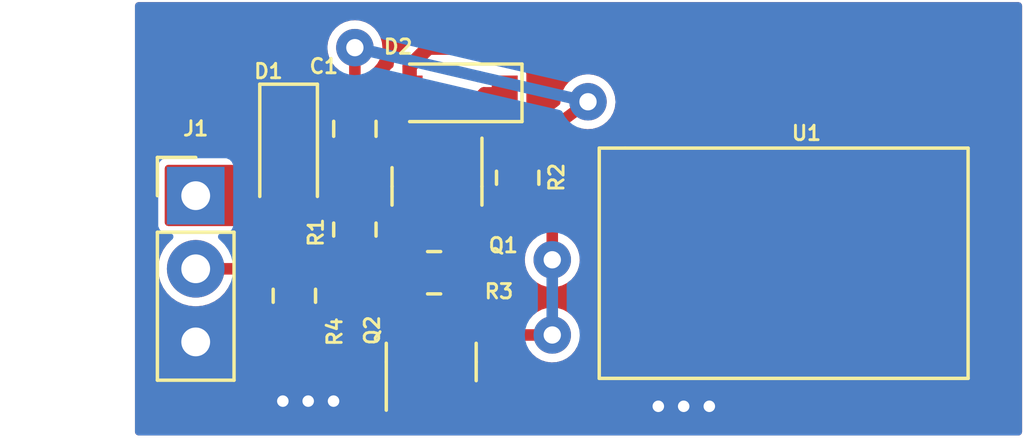
<source format=kicad_pcb>
(kicad_pcb (version 20211014) (generator pcbnew)
  (layers (0 "F.Cu" signal) (31 "B.Cu" signal) (34 "B.Paste" user) (35 "F.Paste" user) (36 "B.SilkS" user "B.Silkscreen") (37 "F.SilkS" user "F.Silkscreen") (38 "B.Mask" user) (39 "F.Mask" user) (44 "Edge.Cuts" user))
  (net 0 "")
  (net 1 "Net-(C1-Pad1)")
  (net 2 "Net-(C1-Pad2)")
  (net 3 "/10V_INPUT")
  (net 4 "Net-(D2-Pad1)")
  (net 5 "/PWM_OUT")
  (net 6 "GND")
  (net 7 "Net-(Q1-Pad3)")
  (footprint "Resistor_SMD:R_0805_2012Metric" (layer "F.Cu") (at 138.3 69.1 -90)
    (fp_text reference "R2" (at -0.012 -1.3492 90) (layer "F.SilkS") (effects (font (size 0.5 0.5) (thickness 0.1))))
    (fp_text value "2k")
    (fp_line (start -0.227064 0.735) (end 0.227064 0.735) (layer "F.SilkS") (width 0.12))
    (fp_line (start -0.227064 -0.735) (end 0.227064 -0.735) (layer "F.SilkS") (width 0.12))
    (pad "1" smd roundrect (at -0.9125 0 270) (size 1.025 1.4) (layers "F.Cu" "F.Paste" "F.Mask") (roundrect_rratio 0.243902) (net 1 "Net-(C1-Pad1)"))
    (pad "2" smd roundrect (at 0.9125 0 270) (size 1.025 1.4) (layers "F.Cu" "F.Paste" "F.Mask") (roundrect_rratio 0.243902) (net 4 "Net-(D2-Pad1)"))
  )
  (footprint "Resistor_SMD:R_0805_2012Metric" (layer "F.Cu") (at 130.55 73.2 90)
    (fp_text reference "R4" (at -1.25 1.4 90) (layer "F.SilkS") (effects (font (size 0.5 0.5) (thickness 0.1))))
    (fp_text value "1M")
    (fp_line (start -0.227064 0.735) (end 0.227064 0.735) (layer "F.SilkS") (width 0.12))
    (fp_line (start -0.227064 -0.735) (end 0.227064 -0.735) (layer "F.SilkS") (width 0.12))
    (pad "1" smd roundrect (at -0.9125 0 90) (size 1.025 1.4) (layers "F.Cu" "F.Paste" "F.Mask") (roundrect_rratio 0.243902) (net 6 "GND"))
    (pad "2" smd roundrect (at 0.9125 0 90) (size 1.025 1.4) (layers "F.Cu" "F.Paste" "F.Mask") (roundrect_rratio 0.243902) (net 5 "/PWM_OUT"))
  )
  (footprint "Custom_footprint_lib:LEDSMD2062" (layer "F.Cu") (at 148.3 72.5)
    (fp_text reference "U1" (at 0.02 -4.95) (layer "F.SilkS") (effects (font (size 0.5 0.5) (thickness 0.1))))
    (fp_text value "SMD_2062")
    (fp_line (start 5.63 -4.43) (end -6.27 -4.43) (layer "F.SilkS") (width 0.12))
    (fp_line (start -7.17 3.57) (end 5.63 3.57) (layer "F.SilkS") (width 0.12))
    (fp_line (start 5.63 3.57) (end 5.63 -4.43) (layer "F.SilkS") (width 0.12))
    (fp_line (start -7.17 -4.43) (end -7.17 3.57) (layer "F.SilkS") (width 0.12))
    (fp_line (start -6.27 -4.43) (end -7.17 -4.43) (layer "F.SilkS") (width 0.12))
    (pad "" smd rect (at -4.42 1.52) (size 6 2) (layers "F.Cu" "F.Paste" "F.Mask"))
    (pad "" smd rect (at -4.42 -2.48) (size 6 2) (layers "F.Cu" "F.Paste" "F.Mask"))
    (pad "1" smd rect (at 4.83 -2.48) (size 3.5 2) (layers "F.Cu" "F.Paste" "F.Mask") (net 2 "Net-(C1-Pad2)"))
    (pad "2" smd rect (at 4.83 1.52) (size 3.5 2) (layers "F.Cu" "F.Paste" "F.Mask") (net 6 "GND"))
  )
  (footprint "Package_TO_SOT_SMD:SOT-23" (layer "F.Cu") (at 135.3 75.5 90)
    (fp_text reference "Q2" (at 1.1 -2.05 90) (layer "F.SilkS") (effects (font (size 0.5 0.5) (thickness 0.1))))
    (fp_text value "BSS138")
    (fp_line (start 0 1.56) (end 0.65 1.56) (layer "F.SilkS") (width 0.12))
    (fp_line (start 0 1.56) (end -0.65 1.56) (layer "F.SilkS") (width 0.12))
    (fp_line (start 0 -1.56) (end 0.65 -1.56) (layer "F.SilkS") (width 0.12))
    (fp_line (start 0 -1.56) (end -1.675 -1.56) (layer "F.SilkS") (width 0.12))
    (pad "1" smd roundrect (at -0.9375 -0.95 90) (size 1.475 0.6) (layers "F.Cu" "F.Paste" "F.Mask") (net 5 "/PWM_OUT"))
    (pad "2" smd roundrect (at -0.9375 0.95 90) (size 1.475 0.6) (layers "F.Cu" "F.Paste" "F.Mask") (net 6 "GND"))
    (pad "3" smd roundrect (at 0.9375 0 90) (size 1.475 0.6) (layers "F.Cu" "F.Paste" "F.Mask") (net 4 "Net-(D2-Pad1)"))
  )
  (footprint "Connector_PinHeader_2.54mm:PinHeader_1x03_P2.54mm_Vertical" (layer "F.Cu") (at 127.127 69.723)
    (fp_text reference "J1" (at 0 -2.33) (layer "F.SilkS") (effects (font (size 0.5 0.5) (thickness 0.1))))
    (fp_text value "conn_pwr_pwmout")
    (fp_line (start -1.33 -1.33) (end 0 -1.33) (layer "F.SilkS") (width 0.12))
    (fp_line (start 1.33 1.27) (end 1.33 6.41) (layer "F.SilkS") (width 0.12))
    (fp_line (start -1.33 1.27) (end -1.33 6.41) (layer "F.SilkS") (width 0.12))
    (fp_line (start -1.33 6.41) (end 1.33 6.41) (layer "F.SilkS") (width 0.12))
    (fp_line (start -1.33 1.27) (end 1.33 1.27) (layer "F.SilkS") (width 0.12))
    (fp_line (start -1.33 0) (end -1.33 -1.33) (layer "F.SilkS") (width 0.12))
    (pad "1" thru_hole rect (at 0 0) (size 2 2) (drill 1) (layers *.Cu *.Mask) (net 3 "/10V_INPUT"))
    (pad "2" thru_hole oval (at 0 2.54) (size 2 2) (drill 1) (layers *.Cu *.Mask) (net 5 "/PWM_OUT"))
    (pad "3" thru_hole oval (at 0 5.08) (size 2 2) (drill 1) (layers *.Cu *.Mask) (net 6 "GND"))
  )
  (footprint "Resistor_SMD:R_0805_2012Metric" (layer "F.Cu") (at 135.4 72.4)
    (fp_text reference "R3" (at 2.25 0.65) (layer "F.SilkS") (effects (font (size 0.5 0.5) (thickness 0.1))))
    (fp_text value "1M")
    (fp_line (start -0.227064 0.735) (end 0.227064 0.735) (layer "F.SilkS") (width 0.12))
    (fp_line (start -0.227064 -0.735) (end 0.227064 -0.735) (layer "F.SilkS") (width 0.12))
    (pad "1" smd roundrect (at -0.9125 0) (size 1.025 1.4) (layers "F.Cu" "F.Paste" "F.Mask") (roundrect_rratio 0.243902) (net 2 "Net-(C1-Pad2)"))
    (pad "2" smd roundrect (at 0.9125 0) (size 1.025 1.4) (layers "F.Cu" "F.Paste" "F.Mask") (roundrect_rratio 0.243902) (net 6 "GND"))
  )
  (footprint "Package_TO_SOT_SMD:SOT-23" (layer "F.Cu") (at 135.5 69.4 -90)
    (fp_text reference "Q1" (at 2.05 -2.3) (layer "F.SilkS") (effects (font (size 0.5 0.5) (thickness 0.1))))
    (fp_text value "BSS138")
    (fp_line (start 0 1.56) (end 0.65 1.56) (layer "F.SilkS") (width 0.12))
    (fp_line (start 0 -1.56) (end -1.675 -1.56) (layer "F.SilkS") (width 0.12))
    (fp_line (start 0 -1.56) (end 0.65 -1.56) (layer "F.SilkS") (width 0.12))
    (fp_line (start 0 1.56) (end -0.65 1.56) (layer "F.SilkS") (width 0.12))
    (pad "1" smd roundrect (at -0.9375 -0.95 270) (size 1.475 0.6) (layers "F.Cu" "F.Paste" "F.Mask") (net 4 "Net-(D2-Pad1)"))
    (pad "2" smd roundrect (at -0.9375 0.95 270) (size 1.475 0.6) (layers "F.Cu" "F.Paste" "F.Mask") (net 2 "Net-(C1-Pad2)"))
    (pad "3" smd roundrect (at 0.9375 0 270) (size 1.475 0.6) (layers "F.Cu" "F.Paste" "F.Mask") (net 7 "Net-(Q1-Pad3)"))
  )
  (footprint "Diode_SMD:D_SOD-123" (layer "F.Cu") (at 130.35 68.1 -90)
    (fp_text reference "D1" (at -2.7 0.7 180) (layer "F.SilkS") (effects (font (size 0.5 0.5) (thickness 0.1))))
    (fp_text value "1N4148W")
    (fp_line (start -2.25 -1) (end 1.65 -1) (layer "F.SilkS") (width 0.12))
    (fp_line (start -2.25 -1) (end -2.25 1) (layer "F.SilkS") (width 0.12))
    (fp_line (start -2.25 1) (end 1.65 1) (layer "F.SilkS") (width 0.12))
    (pad "1" smd rect (at -1.65 0 270) (size 0.9 1.2) (layers "F.Cu" "F.Paste" "F.Mask") (net 1 "Net-(C1-Pad1)"))
    (pad "2" smd rect (at 1.65 0 270) (size 0.9 1.2) (layers "F.Cu" "F.Paste" "F.Mask") (net 3 "/10V_INPUT"))
  )
  (footprint "Diode_SMD:D_SOD-123" (layer "F.Cu") (at 136.2 66.15 180)
    (fp_text reference "D2" (at 2.05 1.6) (layer "F.SilkS") (effects (font (size 0.5 0.5) (thickness 0.1))))
    (fp_text value "1N4148W")
    (fp_line (start -2.25 -1) (end -2.25 1) (layer "F.SilkS") (width 0.12))
    (fp_line (start -2.25 1) (end 1.65 1) (layer "F.SilkS") (width 0.12))
    (fp_line (start -2.25 -1) (end 1.65 -1) (layer "F.SilkS") (width 0.12))
    (pad "1" smd rect (at -1.65 0 180) (size 0.9 1.2) (layers "F.Cu" "F.Paste" "F.Mask") (net 4 "Net-(D2-Pad1)"))
    (pad "2" smd rect (at 1.65 0 180) (size 0.9 1.2) (layers "F.Cu" "F.Paste" "F.Mask") (net 2 "Net-(C1-Pad2)"))
  )
  (footprint "Resistor_SMD:R_0805_2012Metric" (layer "F.Cu") (at 132.65 70.9 -90)
    (fp_text reference "R1" (at 0.1 1.35 90) (layer "F.SilkS") (effects (font (size 0.5 0.5) (thickness 0.1))))
    (fp_text value "470")
    (fp_line (start -0.227064 -0.735) (end 0.227064 -0.735) (layer "F.SilkS") (width 0.12))
    (fp_line (start -0.227064 0.735) (end 0.227064 0.735) (layer "F.SilkS") (width 0.12))
    (pad "1" smd roundrect (at -0.9125 0 270) (size 1.025 1.4) (layers "F.Cu" "F.Paste" "F.Mask") (roundrect_rratio 0.243902) (net 3 "/10V_INPUT"))
    (pad "2" smd roundrect (at 0.9125 0 270) (size 1.025 1.4) (layers "F.Cu" "F.Paste" "F.Mask") (roundrect_rratio 0.243902) (net 7 "Net-(Q1-Pad3)"))
  )
  (footprint "Capacitor_SMD:C_0805_2012Metric" (layer "F.Cu") (at 132.65 67.4 -90)
    (fp_text reference "C1" (at -2.1728 1.078) (layer "F.SilkS") (effects (font (size 0.5 0.5) (thickness 0.1))))
    (fp_text value "10uF")
    (fp_line (start -0.261252 0.735) (end 0.261252 0.735) (layer "F.SilkS") (width 0.12))
    (fp_line (start -0.261252 -0.735) (end 0.261252 -0.735) (layer "F.SilkS") (width 0.12))
    (pad "1" smd roundrect (at -0.95 0 270) (size 1 1.45) (layers "F.Cu" "F.Paste" "F.Mask") (net 1 "Net-(C1-Pad1)"))
    (pad "2" smd roundrect (at 0.95 0 270) (size 1 1.45) (layers "F.Cu" "F.Paste" "F.Mask") (net 2 "Net-(C1-Pad2)"))
  )
  (segment (start 138.3 68.1875) (end 139.5 67.38) (width 0.4) (layer "F.Cu") (net 1))
  (segment (start 130.35 66.45) (end 132.65 66.45) (width 0.4) (layer "F.Cu") (net 1))
  (segment (start 132.65 66.45) (end 132.65 64.58) (width 0.4) (layer "F.Cu") (net 1))
  (segment (start 139.5 67.38) (end 140.74 66.46) (width 0.4) (layer "F.Cu") (net 1))
  (via (at 132.65 64.58) (size 1.3) (drill 0.6) (layers "F.Cu" "B.Cu") (net 1))
  (via (at 140.74 66.46) (size 1.3) (drill 0.6) (layers "F.Cu" "B.Cu") (net 1))
  (segment (start 132.65 64.58) (end 136.97 65.59) (width 0.4) (layer "B.Cu") (net 1))
  (segment (start 136.97 65.59) (end 140.74 66.46) (width 0.4) (layer "B.Cu") (net 1))
  (segment (start 149.06 64.58) (end 153.13 68.65) (width 0.5) (layer "F.Cu") (net 2))
  (segment (start 134.55 66.15) (end 134.55 65.23) (width 0.5) (layer "F.Cu") (net 2))
  (segment (start 132.65 68.35) (end 134.4375 68.35) (width 0.4) (layer "F.Cu") (net 2))
  (segment (start 134.4375 68.35) (end 134.55 68.4625) (width 0.4) (layer "F.Cu") (net 2))
  (segment (start 135.2 64.58) (end 149.06 64.58) (width 0.5) (layer "F.Cu") (net 2))
  (segment (start 134.55 65.23) (end 135.2 64.58) (width 0.5) (layer "F.Cu") (net 2))
  (segment (start 134.55 72.3375) (end 134.4875 72.4) (width 0.4) (layer "F.Cu") (net 2))
  (segment (start 134.55 66.15) (end 134.55 68.4625) (width 0.25) (layer "F.Cu") (net 2))
  (segment (start 153.13 68.65) (end 153.13 70.02) (width 0.5) (layer "F.Cu") (net 2))
  (segment (start 134.55 68.4625) (end 134.55 72.3375) (width 0.4) (layer "F.Cu") (net 2))
  (segment (start 127.127 69.723) (end 130.323 69.723) (width 0.25) (layer "F.Cu") (net 3))
  (segment (start 132.4125 69.75) (end 132.65 69.9875) (width 0.25) (layer "F.Cu") (net 3))
  (segment (start 130.323 69.723) (end 130.35 69.75) (width 0.25) (layer "F.Cu") (net 3))
  (segment (start 130.35 69.75) (end 132.4125 69.75) (width 0.25) (layer "F.Cu") (net 3))
  (segment (start 137.13 66.15) (end 137.85 66.15) (width 0.4) (layer "F.Cu") (net 4))
  (segment (start 139.5 70.51) (end 139.5 71.95) (width 0.4) (layer "F.Cu") (net 4))
  (segment (start 136.45 68.95) (end 137.5125 70.0125) (width 0.4) (layer "F.Cu") (net 4))
  (segment (start 136.45 68.4625) (end 136.45 66.83) (width 0.4) (layer "F.Cu") (net 4))
  (segment (start 139.0025 70.0125) (end 139.5 70.51) (width 0.4) (layer "F.Cu") (net 4))
  (segment (start 136.45 68.4625) (end 136.45 68.95) (width 0.4) (layer "F.Cu") (net 4))
  (segment (start 138.3 70.0125) (end 139.0025 70.0125) (width 0.4) (layer "F.Cu") (net 4))
  (segment (start 135.3 74.5625) (end 139.5 74.5625) (width 0.4) (layer "F.Cu") (net 4))
  (segment (start 136.45 66.83) (end 137.13 66.15) (width 0.4) (layer "F.Cu") (net 4))
  (segment (start 137.5125 70.0125) (end 138.3 70.0125) (width 0.4) (layer "F.Cu") (net 4))
  (via (at 139.5 74.5625) (size 1.3) (drill 0.6) (layers "F.Cu" "B.Cu") (net 4))
  (via (at 139.5 71.95) (size 1.3) (drill 0.6) (layers "F.Cu" "B.Cu") (net 4))
  (segment (start 139.5 71.95) (end 139.5 74.5625) (width 0.4) (layer "B.Cu") (net 4))
  (segment (start 130.5255 72.263) (end 130.55 72.2875) (width 0.4) (layer "F.Cu") (net 5))
  (segment (start 134.15 74.35) (end 132.6125 74.35) (width 0.4) (layer "F.Cu") (net 5))
  (segment (start 134.35 76.4375) (end 134.35 74.55) (width 0.4) (layer "F.Cu") (net 5))
  (segment (start 127.127 72.263) (end 130.5255 72.263) (width 0.4) (layer "F.Cu") (net 5))
  (segment (start 132.6125 74.35) (end 130.55 72.2875) (width 0.4) (layer "F.Cu") (net 5))
  (segment (start 134.35 74.55) (end 134.15 74.35) (width 0.4) (layer "F.Cu") (net 5))
  (via (at 131.91 76.86) (size 0.8) (drill 0.4) (layers "F.Cu" "B.Cu") (net 6))
  (via (at 144.95 77.04) (size 0.8) (drill 0.4) (layers "F.Cu" "B.Cu") (net 6))
  (via (at 143.18 77.04) (size 0.8) (drill 0.4) (layers "F.Cu" "B.Cu") (net 6))
  (via (at 144.06 77.04) (size 0.8) (drill 0.4) (layers "F.Cu" "B.Cu") (net 6))
  (via (at 131.03 76.86) (size 0.8) (drill 0.4) (layers "F.Cu" "B.Cu") (net 6))
  (via (at 130.15 76.86) (size 0.8) (drill 0.4) (layers "F.Cu" "B.Cu") (net 6))
  (segment (start 133.18452 73.42452) (end 132.65 72.89) (width 0.25) (layer "F.Cu") (net 7))
  (segment (start 135.32548 73.42452) (end 133.18452 73.42452) (width 0.25) (layer "F.Cu") (net 7))
  (segment (start 132.65 72.89) (end 132.65 71.8125) (width 0.25) (layer "F.Cu") (net 7))
  (segment (start 135.42 73.33) (end 135.32548 73.42452) (width 0.25) (layer "F.Cu") (net 7))
  (segment (start 135.5 70.3375) (end 135.42 70.4175) (width 0.25) (layer "F.Cu") (net 7))
  (segment (start 135.42 70.4175) (end 135.42 73.33) (width 0.25) (layer "F.Cu") (net 7))
  (zone (net 3) (net_name "/10V_INPUT") (layer "F.Cu") (priority 1) (connect_pads yes (clearance 0.35)) (min_thickness 0.254) (fill yes (thermal_gap 0.508) (thermal_bridge_width 0.508))
    (polygon (pts (xy 131.18 69.08) (xy 131.49 69.25) (xy 133.58 69.25) (xy 133.58 70.78) (xy 126.05 70.78) (xy 126.05 68.65) (xy 128.36 68.65)))
  )
  (zone (net 6) (net_name "GND") (layer "F.Cu") (connect_pads yes (clearance 0.3)) (min_thickness 0.254) (fill yes (thermal_gap 0.508) (thermal_bridge_width 0.508))
    (polygon (pts (xy 155.8036 78.0542) (xy 125.0188 78.0542) (xy 125.0188 62.9984) (xy 155.8036 62.9984)))
  )
  (zone (net 6) (net_name "GND") (layer "B.Cu") (connect_pads yes (clearance 0.3)) (min_thickness 0.254) (fill yes (thermal_gap 0.508) (thermal_bridge_width 0.508))
    (polygon (pts (xy 155.8036 78.0542) (xy 125.0188 78.0542) (xy 125.0188 62.9984) (xy 155.8036 62.9984)))
  )
)
</source>
